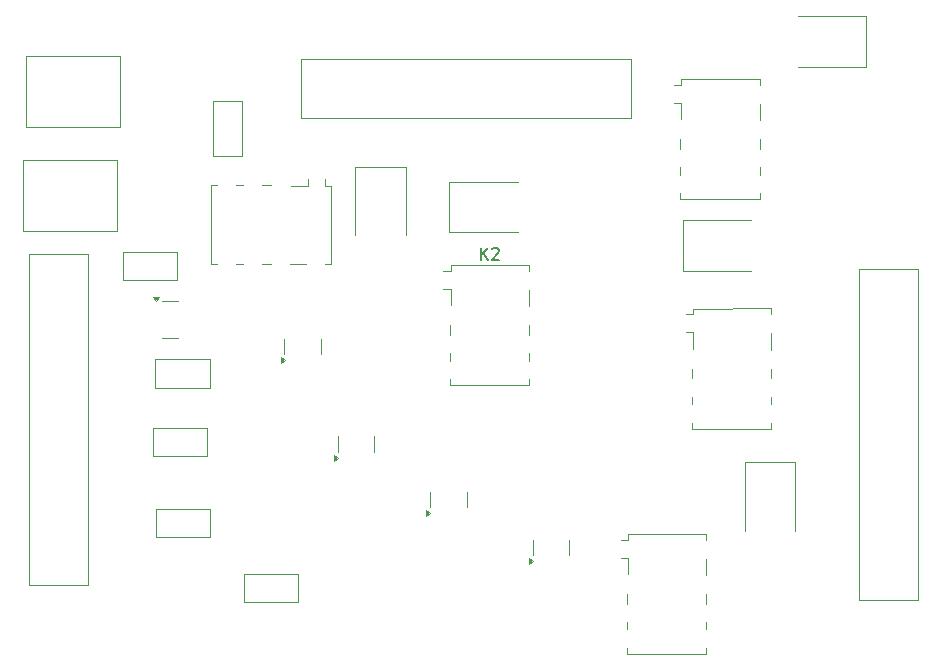
<source format=gbr>
%TF.GenerationSoftware,KiCad,Pcbnew,8.0.5*%
%TF.CreationDate,2024-12-16T08:40:04+01:00*%
%TF.ProjectId,Antenna_switch,416e7465-6e6e-4615-9f73-77697463682e,rev?*%
%TF.SameCoordinates,Original*%
%TF.FileFunction,Legend,Top*%
%TF.FilePolarity,Positive*%
%FSLAX46Y46*%
G04 Gerber Fmt 4.6, Leading zero omitted, Abs format (unit mm)*
G04 Created by KiCad (PCBNEW 8.0.5) date 2024-12-16 08:40:04*
%MOMM*%
%LPD*%
G01*
G04 APERTURE LIST*
%ADD10C,0.150000*%
%ADD11C,0.120000*%
%ADD12C,0.100000*%
G04 APERTURE END LIST*
D10*
X138261905Y-61954819D02*
X138261905Y-60954819D01*
X138833333Y-61954819D02*
X138404762Y-61383390D01*
X138833333Y-60954819D02*
X138261905Y-61526247D01*
X139214286Y-61050057D02*
X139261905Y-61002438D01*
X139261905Y-61002438D02*
X139357143Y-60954819D01*
X139357143Y-60954819D02*
X139595238Y-60954819D01*
X139595238Y-60954819D02*
X139690476Y-61002438D01*
X139690476Y-61002438D02*
X139738095Y-61050057D01*
X139738095Y-61050057D02*
X139785714Y-61145295D01*
X139785714Y-61145295D02*
X139785714Y-61240533D01*
X139785714Y-61240533D02*
X139738095Y-61383390D01*
X139738095Y-61383390D02*
X139166667Y-61954819D01*
X139166667Y-61954819D02*
X139785714Y-61954819D01*
D11*
%TO.C,D3*%
X170910000Y-41350000D02*
X165100000Y-41350000D01*
X170910000Y-45650000D02*
X165100000Y-45650000D01*
X170910000Y-45650000D02*
X170910000Y-41350000D01*
%TO.C,U5*%
D12*
X99750000Y-50750000D02*
X107750000Y-50750000D01*
X107750000Y-44750000D01*
X99750000Y-44750000D01*
X99750000Y-50750000D01*
D11*
%TO.C,K5*%
X150660000Y-91070000D02*
X150660000Y-90270000D01*
X150660000Y-93270000D02*
X150660000Y-92670000D01*
X150660000Y-95370000D02*
X150660000Y-94870000D01*
X150700000Y-85180000D02*
X150700000Y-85680000D01*
X150700000Y-85180000D02*
X157360000Y-85170000D01*
X150700000Y-85680000D02*
X150100000Y-85680000D01*
X150700000Y-87180000D02*
X150100000Y-87180000D01*
X150700000Y-88580000D02*
X150700000Y-87180000D01*
X157360000Y-85170000D02*
X157360000Y-85670000D01*
X157360000Y-87270000D02*
X157360000Y-88670000D01*
X157360000Y-90270000D02*
X157360000Y-91070000D01*
X157360000Y-92670000D02*
X157360000Y-93270000D01*
X157360000Y-94870000D02*
X157360000Y-95370000D01*
X157360000Y-95370000D02*
X150660000Y-95370000D01*
%TO.C,K4*%
X156160000Y-71990000D02*
X156160000Y-71190000D01*
X156160000Y-74190000D02*
X156160000Y-73590000D01*
X156160000Y-76290000D02*
X156160000Y-75790000D01*
X156200000Y-66100000D02*
X156200000Y-66600000D01*
X156200000Y-66100000D02*
X162860000Y-66090000D01*
X156200000Y-66600000D02*
X155600000Y-66600000D01*
X156200000Y-68100000D02*
X155600000Y-68100000D01*
X156200000Y-69500000D02*
X156200000Y-68100000D01*
X162860000Y-66090000D02*
X162860000Y-66590000D01*
X162860000Y-68190000D02*
X162860000Y-69590000D01*
X162860000Y-71190000D02*
X162860000Y-71990000D01*
X162860000Y-73590000D02*
X162860000Y-74190000D01*
X162860000Y-75790000D02*
X162860000Y-76290000D01*
X162860000Y-76290000D02*
X156160000Y-76290000D01*
%TO.C,U4*%
D12*
X99500000Y-59500000D02*
X107500000Y-59500000D01*
X107500000Y-53500000D01*
X99500000Y-53500000D01*
X99500000Y-59500000D01*
D11*
%TO.C,R3*%
X110487500Y-76200000D02*
X110487500Y-78600000D01*
X110487500Y-78600000D02*
X115087500Y-78600000D01*
X115087500Y-76200000D02*
X110487500Y-76200000D01*
X115087500Y-78600000D02*
X115087500Y-76200000D01*
%TO.C,R4*%
X110737500Y-83050000D02*
X110737500Y-85450000D01*
X110737500Y-85450000D02*
X115337500Y-85450000D01*
X115337500Y-83050000D02*
X110737500Y-83050000D01*
X115337500Y-85450000D02*
X115337500Y-83050000D01*
%TO.C,D1*%
X127600000Y-54090000D02*
X127600000Y-59900000D01*
X131900000Y-54090000D02*
X127600000Y-54090000D01*
X131900000Y-54090000D02*
X131900000Y-59900000D01*
%TO.C,U1*%
X170250000Y-62750000D02*
X175250000Y-62750000D01*
X170250000Y-90750000D02*
X170250000Y-62750000D01*
X175250000Y-62750000D02*
X175250000Y-90750000D01*
X175250000Y-90750000D02*
X170250000Y-90750000D01*
%TO.C,U3*%
X100000000Y-61500000D02*
X105000000Y-61500000D01*
X100000000Y-89500000D02*
X100000000Y-61500000D01*
X105000000Y-61500000D02*
X105000000Y-89500000D01*
X105000000Y-89500000D02*
X100000000Y-89500000D01*
%TO.C,R6*%
X118000000Y-48562500D02*
X115600000Y-48562500D01*
X115600000Y-48562500D02*
X115600000Y-53162500D01*
X118000000Y-53162500D02*
X118000000Y-48562500D01*
X115600000Y-53162500D02*
X118000000Y-53162500D01*
%TO.C,K2*%
X135660000Y-68300000D02*
X135660000Y-67500000D01*
X135660000Y-70500000D02*
X135660000Y-69900000D01*
X135660000Y-72600000D02*
X135660000Y-72100000D01*
X135700000Y-62410000D02*
X135700000Y-62910000D01*
X135700000Y-62410000D02*
X142360000Y-62400000D01*
X135700000Y-62910000D02*
X135100000Y-62910000D01*
X135700000Y-64410000D02*
X135100000Y-64410000D01*
X135700000Y-65810000D02*
X135700000Y-64410000D01*
X142360000Y-62400000D02*
X142360000Y-62900000D01*
X142360000Y-64500000D02*
X142360000Y-65900000D01*
X142360000Y-67500000D02*
X142360000Y-68300000D01*
X142360000Y-69900000D02*
X142360000Y-70500000D01*
X142360000Y-72100000D02*
X142360000Y-72600000D01*
X142360000Y-72600000D02*
X135660000Y-72600000D01*
%TO.C,D5*%
X160600000Y-79090000D02*
X160600000Y-84900000D01*
X164900000Y-79090000D02*
X160600000Y-79090000D01*
X164900000Y-79090000D02*
X164900000Y-84900000D01*
%TO.C,Q5*%
X142640000Y-86312500D02*
X142640000Y-85662500D01*
X142640000Y-86312500D02*
X142640000Y-86962500D01*
X145760000Y-86312500D02*
X145760000Y-85662500D01*
X145760000Y-86312500D02*
X145760000Y-86962500D01*
X142690000Y-87475000D02*
X142360000Y-87715000D01*
X142360000Y-87235000D01*
X142690000Y-87475000D01*
G36*
X142690000Y-87475000D02*
G01*
X142360000Y-87715000D01*
X142360000Y-87235000D01*
X142690000Y-87475000D01*
G37*
%TO.C,K3*%
X155160000Y-52550000D02*
X155160000Y-51750000D01*
X155160000Y-54750000D02*
X155160000Y-54150000D01*
X155160000Y-56850000D02*
X155160000Y-56350000D01*
X155200000Y-46660000D02*
X155200000Y-47160000D01*
X155200000Y-46660000D02*
X161860000Y-46650000D01*
X155200000Y-47160000D02*
X154600000Y-47160000D01*
X155200000Y-48660000D02*
X154600000Y-48660000D01*
X155200000Y-50060000D02*
X155200000Y-48660000D01*
X161860000Y-46650000D02*
X161860000Y-47150000D01*
X161860000Y-48750000D02*
X161860000Y-50150000D01*
X161860000Y-51750000D02*
X161860000Y-52550000D01*
X161860000Y-54150000D02*
X161860000Y-54750000D01*
X161860000Y-56350000D02*
X161860000Y-56850000D01*
X161860000Y-56850000D02*
X155160000Y-56850000D01*
%TO.C,Q4*%
X133940000Y-82250000D02*
X133940000Y-81600000D01*
X133940000Y-82250000D02*
X133940000Y-82900000D01*
X137060000Y-82250000D02*
X137060000Y-81600000D01*
X137060000Y-82250000D02*
X137060000Y-82900000D01*
X133990000Y-83412500D02*
X133660000Y-83652500D01*
X133660000Y-83172500D01*
X133990000Y-83412500D01*
G36*
X133990000Y-83412500D02*
G01*
X133660000Y-83652500D01*
X133660000Y-83172500D01*
X133990000Y-83412500D01*
G37*
%TO.C,R1*%
X107950000Y-61300000D02*
X107950000Y-63700000D01*
X107950000Y-63700000D02*
X112550000Y-63700000D01*
X112550000Y-61300000D02*
X107950000Y-61300000D01*
X112550000Y-63700000D02*
X112550000Y-61300000D01*
%TO.C,Q2*%
X121640000Y-69312500D02*
X121640000Y-68662500D01*
X121640000Y-69312500D02*
X121640000Y-69962500D01*
X124760000Y-69312500D02*
X124760000Y-68662500D01*
X124760000Y-69312500D02*
X124760000Y-69962500D01*
X121690000Y-70475000D02*
X121360000Y-70715000D01*
X121360000Y-70235000D01*
X121690000Y-70475000D01*
G36*
X121690000Y-70475000D02*
G01*
X121360000Y-70715000D01*
X121360000Y-70235000D01*
X121690000Y-70475000D01*
G37*
%TO.C,R2*%
X110700000Y-70400000D02*
X110700000Y-72800000D01*
X110700000Y-72800000D02*
X115300000Y-72800000D01*
X115300000Y-70400000D02*
X110700000Y-70400000D01*
X115300000Y-72800000D02*
X115300000Y-70400000D01*
%TO.C,R5*%
X118200000Y-88550000D02*
X118200000Y-90950000D01*
X118200000Y-90950000D02*
X122800000Y-90950000D01*
X122800000Y-88550000D02*
X118200000Y-88550000D01*
X122800000Y-90950000D02*
X122800000Y-88550000D01*
%TO.C,K1*%
X115400000Y-55660000D02*
X115900000Y-55660000D01*
X115400000Y-62360000D02*
X115400000Y-55660000D01*
X115900000Y-62360000D02*
X115400000Y-62360000D01*
X117500000Y-55660000D02*
X118100000Y-55660000D01*
X118100000Y-62360000D02*
X117500000Y-62360000D01*
X119700000Y-55660000D02*
X120500000Y-55660000D01*
X120500000Y-62360000D02*
X119700000Y-62360000D01*
X122190000Y-55700000D02*
X123590000Y-55700000D01*
X123500000Y-62360000D02*
X122100000Y-62360000D01*
X123590000Y-55700000D02*
X123590000Y-55100000D01*
X125090000Y-55700000D02*
X125090000Y-55100000D01*
X125590000Y-55700000D02*
X125090000Y-55700000D01*
X125590000Y-55700000D02*
X125600000Y-62360000D01*
X125600000Y-62360000D02*
X125100000Y-62360000D01*
%TO.C,Q3*%
X126140000Y-77562500D02*
X126140000Y-76912500D01*
X126140000Y-77562500D02*
X126140000Y-78212500D01*
X129260000Y-77562500D02*
X129260000Y-76912500D01*
X129260000Y-77562500D02*
X129260000Y-78212500D01*
X126190000Y-78725000D02*
X125860000Y-78965000D01*
X125860000Y-78485000D01*
X126190000Y-78725000D01*
G36*
X126190000Y-78725000D02*
G01*
X125860000Y-78965000D01*
X125860000Y-78485000D01*
X126190000Y-78725000D01*
G37*
%TO.C,U2*%
X123000000Y-45000000D02*
X151000000Y-45000000D01*
X123000000Y-50000000D02*
X123000000Y-45000000D01*
X151000000Y-45000000D02*
X151000000Y-50000000D01*
X151000000Y-50000000D02*
X123000000Y-50000000D01*
%TO.C,Q1*%
X111937500Y-65440000D02*
X111287500Y-65440000D01*
X111937500Y-65440000D02*
X112587500Y-65440000D01*
X111937500Y-68560000D02*
X111287500Y-68560000D01*
X111937500Y-68560000D02*
X112587500Y-68560000D01*
X110775000Y-65490000D02*
X110535000Y-65160000D01*
X111015000Y-65160000D01*
X110775000Y-65490000D01*
G36*
X110775000Y-65490000D02*
G01*
X110535000Y-65160000D01*
X111015000Y-65160000D01*
X110775000Y-65490000D01*
G37*
%TO.C,D4*%
X155340000Y-58600000D02*
X155340000Y-62900000D01*
X155340000Y-58600000D02*
X161150000Y-58600000D01*
X155340000Y-62900000D02*
X161150000Y-62900000D01*
%TO.C,D2*%
X135590000Y-55350000D02*
X135590000Y-59650000D01*
X135590000Y-55350000D02*
X141400000Y-55350000D01*
X135590000Y-59650000D02*
X141400000Y-59650000D01*
%TD*%
M02*

</source>
